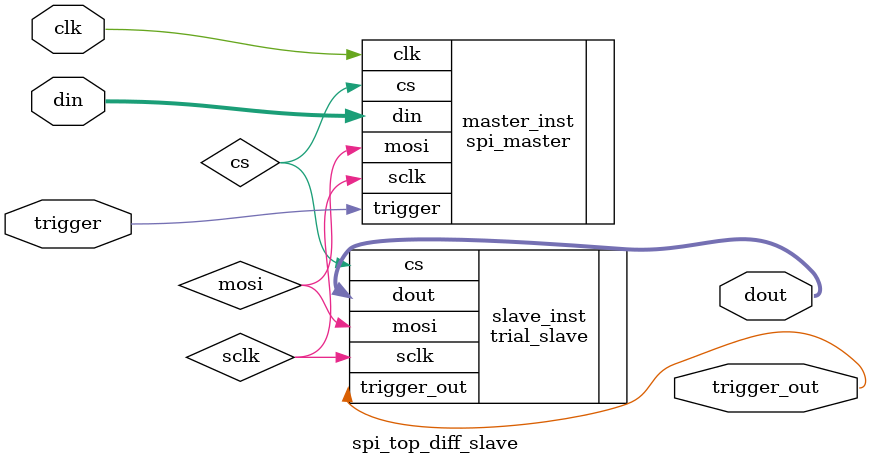
<source format=v>


module spi_top_diff_slave(

    input clk,
    input trigger,
    input [31:0] din,

    output wire [31:0] dout,
    output wire trigger_out
);

    wire sclk, mosi, cs;

    spi_master master_inst (.clk(clk), .trigger(trigger), .din(din), .sclk(sclk), .mosi(mosi), .cs(cs) );

    trial_slave slave_inst (.sclk(sclk), .mosi(mosi), .cs(cs), .trigger_out(trigger_out), .dout(dout)  );
    
    
endmodule

</source>
